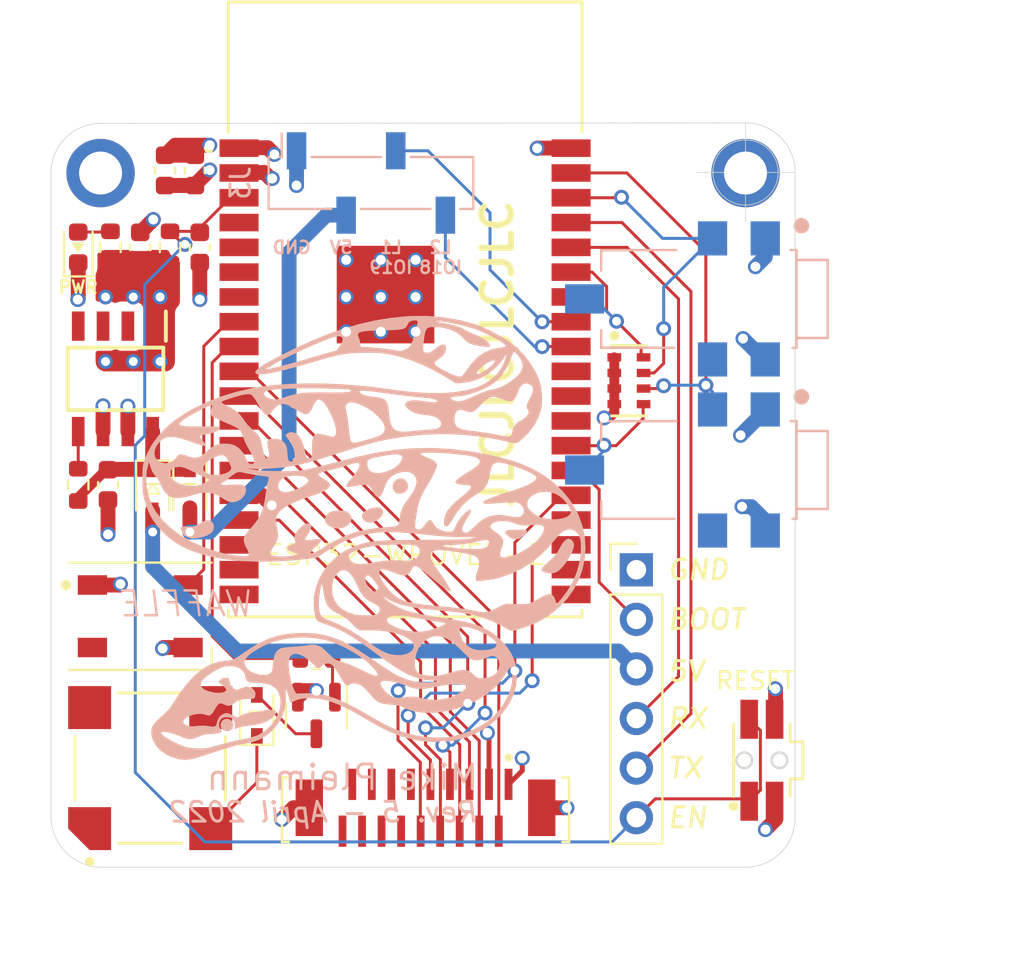
<source format=kicad_pcb>
(kicad_pcb (version 20211014) (generator pcbnew)
  (title_block (rev "1"))
  (layers (0 "F.Cu" signal "Front") (1 "In1.Cu" power "GND.Cu") (2 "In2.Cu" power "PWR.Cu") (31 "B.Cu" signal "Back") (34 "B.Paste" user) (35 "F.Paste" user) (36 "B.SilkS" user "B.Silkscreen") (37 "F.SilkS" user "F.Silkscreen") (38 "B.Mask" user) (39 "F.Mask" user) (44 "Edge.Cuts" user))
  (net 0 "")
  (net 1 "GND")
  (net 2 "EN")
  (net 3 "+3V3")
  (net 4 "+5V")
  (net 5 "Net-(D1-Pad2)")
  (net 6 "RXD0")
  (net 7 "TXD0")
  (net 8 "/PWR_EN")
  (net 9 "BOOT")
  (net 10 "L1")
  (net 11 "L2")
  (net 12 "SDA0")
  (net 13 "SCL0")
  (net 14 "SPI_SCK")
  (net 15 "SPI_SDI")
  (net 16 "SPI_SDO")
  (net 17 "Net-(D3-Pad2)")
  (net 18 "DS_DATA")
  (net 21 "BK_LT")
  (net 22 "BUZZER")
  (net 23 "Net-(Q1-Pad1)")
  (net 36 "SD_CS")
  (net 51 "TFT_CS")
  (net 52 "TFT_DC")
  (net 53 "TFT_RST")
  (net 55 "DS_0")
  (net 56 "Net-(J3-Pad2)")
  (net 57 "Net-(J4-Pad3)")
  (net 58 "VDD")
  (net 60 "LED")
  (footprint "reptile-monitor:C_0603_1608Metric" (layer "F.Cu") (at 123.7742 84.074 90)
    (fp_text reference "C3" hide)
    (fp_text value "100n")
    (pad "1" smd roundrect locked (at -0.775 0 90) (size 0.9 0.95) (layers "F.Cu" "F.Paste" "F.Mask") (net 1 "GND"))
    (pad "2" smd roundrect locked (at 0.775 0 90) (size 0.9 0.95) (layers "F.Cu" "F.Paste" "F.Mask") (net 2 "EN"))
  )
  (footprint "reptile-monitor:Panasonic-EVQ-P7A01P" (layer "F.Cu") (at 152.551994 110.342401 90)
    (fp_text reference "SW1" hide)
    (fp_text value "RESET" (at 4.073401 -0.329794 180) (layer "F.SilkS") (effects (font (size 0.889 0.889) (thickness 0.127))))
    (fp_circle (center 0 -0.9) (end 0.4 -0.9) (layer "Edge.Cuts") (width 0.12) (fill none))
    (fp_circle (center 0 0.9) (end 0.4 0.9) (layer "Edge.Cuts") (width 0.12) (fill none))
    (pad "1" smd rect (at -2.1 -0.65 90) (size 2 0.9) (layers "F.Cu" "F.Paste" "F.Mask") (net 2 "EN"))
    (pad "1'" smd rect (at 2.1 -0.65 90) (size 2 0.9) (layers "F.Cu" "F.Paste" "F.Mask") (net 2 "EN"))
    (pad "2" smd rect (at -2.1 0.65 90) (size 2 0.9) (layers "F.Cu" "F.Paste" "F.Mask") (net 1 "GND"))
    (pad "2'" smd rect (at 2.1 0.65 90) (size 2 0.9) (layers "F.Cu" "F.Paste" "F.Mask") (net 1 "GND"))
  )
  (footprint "reptile-monitor:LED_0603_1608Metric" (layer "F.Cu") (at 117.5512 84.074 90)
    (fp_text reference "D1" hide)
    (fp_text value "PWR" (at -2.032 0) (layer "F.SilkS") (effects (font (size 0.635 0.635) (thickness 0.127))))
    (pad "1" smd roundrect locked (at -0.7875 0 90) (size 0.875 0.95) (layers "F.Cu" "F.Paste" "F.Mask") (net 1 "GND"))
    (pad "2" smd roundrect locked (at 0.7875 0 90) (size 0.875 0.95) (layers "F.Cu" "F.Paste" "F.Mask") (net 5 "Net-(D1-Pad2)"))
  )
  (footprint "reptile-monitor:C_0603_1608Metric" (layer "F.Cu") (at 119.0752 96.236003 -90)
    (fp_text reference "C1" hide)
    (fp_text value "1u")
    (pad "1" smd roundrect locked (at -0.775 0 270) (size 0.9 0.95) (layers "F.Cu" "F.Paste" "F.Mask") (net 4 "+5V"))
    (pad "2" smd roundrect locked (at 0.775 0 270) (size 0.9 0.95) (layers "F.Cu" "F.Paste" "F.Mask") (net 1 "GND"))
  )
  (footprint "reptile-monitor:LED_WS2812B_PLCC4_5.0x5.0mm_P3.2mm" (layer "F.Cu") (at 120.7262 102.967003)
    (fp_text reference "D2" hide)
    (fp_text value "WS2812B")
    (pad "1" smd rect (at -2.45 -1.6) (size 1.5 1) (layers "F.Cu" "F.Paste" "F.Mask") (net 3 "+3V3"))
    (pad "2" smd rect (at -2.45 1.6) (size 1.5 1) (layers "F.Cu" "F.Paste" "F.Mask"))
    (pad "3" smd rect (at 2.45 1.6) (size 1.5 1) (layers "F.Cu" "F.Paste" "F.Mask") (net 1 "GND"))
    (pad "4" smd rect (at 2.45 -1.6) (size 1.5 1) (layers "F.Cu" "F.Paste" "F.Mask") (net 60 "LED"))
  )
  (footprint "reptile-monitor:R_0603_1608Metric" (layer "F.Cu") (at 129.7432 105.126)
    (fp_text reference "R5" hide)
    (fp_text value "1K")
    (pad "1" smd roundrect locked (at -0.825 0) (size 0.8 0.95) (layers "F.Cu" "F.Paste" "F.Mask") (net 22 "BUZZER"))
    (pad "2" smd roundrect locked (at 0.825 0) (size 0.8 0.95) (layers "F.Cu" "F.Paste" "F.Mask") (net 23 "Net-(Q1-Pad1)"))
  )
  (footprint "reptile-monitor:Espressif_Systems-ESP32-WROVER-0-0-MFG" (layer "F.Cu") (at 134.284212 87.249)
    (fp_text reference "MD1" hide)
    (fp_text value "ESP32-WROVER-E" (at 0.030988 12.573) (layer "F.SilkS") (effects (font (size 1.016 1.016) (thickness 0.127))))
    (pad "1" smd rect locked (at -8.5 -8.26) (size 2 0.9) (layers "F.Cu" "F.Paste" "F.Mask") (net 1 "GND"))
    (pad "2" smd rect locked (at -8.5 -6.99) (size 2 0.9) (layers "F.Cu" "F.Paste" "F.Mask") (net 3 "+3V3"))
    (pad "3" smd rect locked (at -8.5 -5.72) (size 2 0.9) (layers "F.Cu" "F.Paste" "F.Mask") (net 2 "EN"))
    (pad "4" smd rect locked (at -8.5 -4.45) (size 2 0.9) (layers "F.Cu" "F.Paste" "F.Mask"))
    (pad "5" smd rect locked (at -8.5 -3.18) (size 2 0.9) (layers "F.Cu" "F.Paste" "F.Mask"))
    (pad "6" smd rect locked (at -8.5 -1.91) (size 2 0.9) (layers "F.Cu" "F.Paste" "F.Mask"))
    (pad "7" smd rect locked (at -8.5 -0.64) (size 2 0.9) (layers "F.Cu" "F.Paste" "F.Mask"))
    (pad "8" smd rect locked (at -8.5 0.63) (size 2 0.9) (layers "F.Cu" "F.Paste" "F.Mask") (net 60 "LED"))
    (pad "9" smd rect locked (at -8.5 1.9) (size 2 0.9) (layers "F.Cu" "F.Paste" "F.Mask") (net 22 "BUZZER"))
    (pad "10" smd rect locked (at -8.5 3.17) (size 2 0.9) (layers "F.Cu" "F.Paste" "F.Mask") (net 21 "BK_LT"))
    (pad "11" smd rect locked (at -8.5 4.44) (size 2 0.9) (layers "F.Cu" "F.Paste" "F.Mask") (net 52 "TFT_DC"))
    (pad "12" smd rect locked (at -8.5 5.71) (size 2 0.9) (layers "F.Cu" "F.Paste" "F.Mask") (net 53 "TFT_RST"))
    (pad "13" smd rect locked (at -8.5 6.98) (size 2 0.9) (layers "F.Cu" "F.Paste" "F.Mask") (net 14 "SPI_SCK"))
    (pad "14" smd rect locked (at -8.5 8.25) (size 2 0.9) (layers "F.Cu" "F.Paste" "F.Mask") (net 15 "SPI_SDI"))
    (pad "15" smd rect locked (at -8.5 9.52) (size 2 0.9) (layers "F.Cu" "F.Paste" "F.Mask") (net 1 "GND"))
    (pad "16" smd rect locked (at -8.5 10.79) (size 2 0.9) (layers "F.Cu" "F.Paste" "F.Mask") (net 16 "SPI_SDO"))
    (pad "17" smd rect locked (at -8.5 12.06) (size 2 0.9) (layers "F.Cu" "F.Paste" "F.Mask"))
    (pad "18" smd rect locked (at -8.5 13.33) (size 2 0.9) (layers "F.Cu" "F.Paste" "F.Mask"))
    (pad "19" smd rect locked (at -8.5 14.6) (size 2 0.9) (layers "F.Cu" "F.Paste" "F.Mask"))
    (pad "20" smd rect locked (at 8.5 14.6) (size 2 0.9) (layers "F.Cu" "F.Paste" "F.Mask"))
    (pad "21" smd rect locked (at 8.5 13.33) (size 2 0.9) (layers "F.Cu" "F.Paste" "F.Mask"))
    (pad "22" smd rect locked (at 8.5 12.06) (size 2 0.9) (layers "F.Cu" "F.Paste" "F.Mask"))
    (pad "23" smd rect locked (at 8.5 10.79) (size 2 0.9) (layers "F.Cu" "F.Paste" "F.Mask") (net 51 "TFT_CS"))
    (pad "24" smd rect locked (at 8.5 9.52) (size 2 0.9) (layers "F.Cu" "F.Paste" "F.Mask") (net 36 "SD_CS"))
    (pad "25" smd rect locked (at 8.5 8.25) (size 2 0.9) (layers "F.Cu" "F.Paste" "F.Mask") (net 9 "BOOT"))
    (pad "26" smd rect locked (at 8.5 6.98) (size 2 0.9) (layers "F.Cu" "F.Paste" "F.Mask") (net 18 "DS_DATA"))
    (pad "27" smd rect locked (at 8.5 5.71) (size 2 0.9) (layers "F.Cu" "F.Paste" "F.Mask"))
    (pad "28" smd rect locked (at 8.5 4.44) (size 2 0.9) (layers "F.Cu" "F.Paste" "F.Mask"))
    (pad "29" smd rect locked (at 8.5 3.17) (size 2 0.9) (layers "F.Cu" "F.Paste" "F.Mask"))
    (pad "30" smd rect locked (at 8.5 1.9) (size 2 0.9) (layers "F.Cu" "F.Paste" "F.Mask") (net 11 "L2"))
    (pad "31" smd rect locked (at 8.5 0.63) (size 2 0.9) (layers "F.Cu" "F.Paste" "F.Mask") (net 10 "L1"))
    (pad "32" smd rect locked (at 8.5 -0.64) (size 2 0.9) (layers "F.Cu" "F.Paste" "F.Mask"))
    (pad "33" smd rect locked (at 8.5 -1.91) (size 2 0.9) (layers "F.Cu" "F.Paste" "F.Mask") (net 12 "SDA0"))
    (pad "34" smd rect locked (at 8.5 -3.18) (size 2 0.9) (layers "F.Cu" "F.Paste" "F.Mask") (net 6 "RXD0"))
    (pad "35" smd rect locked (at 8.5 -4.45) (size 2 0.9) (layers "F.Cu" "F.Paste" "F.Mask") (net 7 "TXD0"))
    (pad "36" smd rect locked (at 8.5 -5.72) (size 2 0.9) (layers "F.Cu" "F.Paste" "F.Mask") (net 13 "SCL0"))
    (pad "37" smd rect locked (at 8.5 -6.99) (size 2 0.9) (layers "F.Cu" "F.Paste" "F.Mask") (net 55 "DS_0"))
    (pad "38" smd rect locked (at 8.5 -8.26) (size 2 0.9) (layers "F.Cu" "F.Paste" "F.Mask") (net 1 "GND"))
    (pad "39" smd rect locked (at -1 -0.76) (size 5 5) (layers "F.Cu" "F.Paste" "F.Mask") (net 1 "GND"))
  )
  (footprint "reptile-monitor:R_0603_1608Metric" (layer "F.Cu") (at 119.2022 84.074 90)
    (fp_text reference "R2" hide)
    (fp_text value "10k")
    (pad "1" smd roundrect locked (at -0.825 0 90) (size 0.8 0.95) (layers "F.Cu" "F.Paste" "F.Mask") (net 3 "+3V3"))
    (pad "2" smd roundrect locked (at 0.825 0 90) (size 0.8 0.95) (layers "F.Cu" "F.Paste" "F.Mask") (net 5 "Net-(D1-Pad2)"))
  )
  (footprint "reptile-monitor:PinHeader_1x06_P2.54mm_Vertical" (layer "F.Cu") (at 146.1262 100.584)
    (fp_text reference "J4" hide)
    (fp_text value "UART" hide)
    (pad "1" thru_hole rect locked (at 0 0) (size 1.7 1.7) (drill 1) (layers *.Cu *.Mask) (net 1 "GND"))
    (pad "2" thru_hole oval locked (at 0 2.54) (size 1.7 1.7) (drill 1) (layers *.Cu *.Mask) (net 9 "BOOT"))
    (pad "3" thru_hole oval locked (at 0 5.08) (size 1.7 1.7) (drill 1) (layers *.Cu *.Mask) (net 57 "Net-(J4-Pad3)"))
    (pad "4" thru_hole oval locked (at 0 7.62) (size 1.7 1.7) (drill 1) (layers *.Cu *.Mask) (net 6 "RXD0"))
    (pad "5" thru_hole oval locked (at 0 10.16) (size 1.7 1.7) (drill 1) (layers *.Cu *.Mask) (net 7 "TXD0"))
    (pad "6" thru_hole oval locked (at 0 12.7) (size 1.7 1.7) (drill 1) (layers *.Cu *.Mask) (net 2 "EN"))
  )
  (footprint "reptile-monitor:C_0603_1608Metric" (layer "F.Cu") (at 121.998511 80.12651 90)
    (fp_text reference "C5" hide)
    (fp_text value "100n")
    (pad "1" smd roundrect locked (at -0.775 0 90) (size 0.9 0.95) (layers "F.Cu" "F.Paste" "F.Mask") (net 3 "+3V3"))
    (pad "2" smd roundrect locked (at 0.775 0 90) (size 0.9 0.95) (layers "F.Cu" "F.Paste" "F.Mask") (net 1 "GND"))
  )
  (footprint "reptile-monitor:Panasonic-EXB-V8V103JV-0" (layer "F.Cu") (at 145.7452 90.902003 -90)
    (fp_text reference "RN1" hide)
    (fp_text value "10k" hide)
    (pad "1" smd rect (at -1.2 0.75 270) (size 0.425 0.7) (layers "F.Cu" "F.Paste" "F.Mask") (net 3 "+3V3"))
    (pad "2" smd rect (at -0.4 0.75 270) (size 0.425 0.7) (layers "F.Cu" "F.Paste" "F.Mask") (net 3 "+3V3"))
    (pad "3" smd rect (at 0.4 0.75 270) (size 0.425 0.7) (layers "F.Cu" "F.Paste" "F.Mask") (net 3 "+3V3"))
    (pad "4" smd rect (at 1.2 0.75 270) (size 0.425 0.7) (layers "F.Cu" "F.Paste" "F.Mask") (net 3 "+3V3"))
    (pad "5" smd rect (at 1.2 -0.75 270) (size 0.425 0.7) (layers "F.Cu" "F.Paste" "F.Mask") (net 18 "DS_DATA"))
    (pad "6" smd rect (at 0.4 -0.75 270) (size 0.425 0.7) (layers "F.Cu" "F.Paste" "F.Mask") (net 55 "DS_0"))
    (pad "7" smd rect (at -0.4 -0.75 270) (size 0.425 0.7) (layers "F.Cu" "F.Paste" "F.Mask") (net 13 "SCL0"))
    (pad "8" smd rect (at -1.2 -0.75 270) (size 0.425 0.7) (layers "F.Cu" "F.Paste" "F.Mask") (net 12 "SDA0"))
  )
  (footprint "reptile-monitor:R_0603_1608Metric" (layer "F.Cu") (at 122.2502 84.074 -90)
    (fp_text reference "R3" hide)
    (fp_text value "10k")
    (pad "1" smd roundrect locked (at -0.825 0 270) (size 0.8 0.95) (layers "F.Cu" "F.Paste" "F.Mask") (net 2 "EN"))
    (pad "2" smd roundrect locked (at 0.825 0 270) (size 0.8 0.95) (layers "F.Cu" "F.Paste" "F.Mask") (net 3 "+3V3"))
  )
  (footprint "reptile-monitor:Mallory_Sonalert_Products_Inc-AST7525MATRQ-0-0-MFG" (layer "F.Cu") (at 121.2342 110.744 90)
    (fp_text reference "LS1" hide)
    (fp_text value "AST7525MATRQ")
    (pad "1" smd custom (at -3.1 -3.1 90) (size 1 1) (layers "F.Cu" "F.Paste" "F.Mask") (options (clearance outline) (anchor circle)) (primitives (gr_poly (pts (xy 1.1 1.1) (xy -1.1 1.1) (xy -1.1 0) (xy 0 -1.1) (xy 1.1 -1.1)) (width 0) (fill yes))))
    (pad "2" smd rect (at 3.1 -3.1 90) (size 2.2 2.2) (layers "F.Cu" "F.Paste" "F.Mask"))
    (pad "3" smd rect (at -3.1 3.1 90) (size 2.2 2.2) (layers "F.Cu" "F.Paste" "F.Mask") (net 58 "VDD"))
    (pad "4" smd rect (at 3.1 3.1 90) (size 2.2 2.2) (layers "F.Cu" "F.Paste" "F.Mask") (net 17 "Net-(D3-Pad2)"))
  )
  (footprint "reptile-monitor:D_SOD-323" (layer "F.Cu") (at 126.6952 108.047 90)
    (fp_text reference "D3" hide)
    (fp_text value "1N4007")
    (pad "1" smd rect locked (at -1.05 0 90) (size 0.8 0.6) (layers "F.Cu" "F.Paste" "F.Mask") (net 58 "VDD"))
    (pad "2" smd rect locked (at 1.05 0 90) (size 0.8 0.6) (layers "F.Cu" "F.Paste" "F.Mask") (net 17 "Net-(D3-Pad2)"))
  )
  (footprint "MountingHole:MountingHole_2.2mm_M2_ISO7380_Pad" (layer "F.Cu") (at 151.7142 80.264)
    (fp_text reference "H2" hide)
    (fp_text value "MountingHole")
    (pad "1" thru_hole circle locked (at 0 0) (size 3.5 3.5) (drill 2.2) (layers *.Cu *.Mask) (net 1 "GND"))
  )
  (footprint "reptile-monitor:R_0603_1608Metric" (layer "F.Cu") (at 117.5512 96.236003 -90)
    (fp_text reference "R1" hide)
    (fp_text value "10k")
    (pad "1" smd roundrect locked (at -0.825 0 270) (size 0.8 0.95) (layers "F.Cu" "F.Paste" "F.Mask") (net 8 "/PWR_EN"))
    (pad "2" smd roundrect locked (at 0.825 0 270) (size 0.8 0.95) (layers "F.Cu" "F.Paste" "F.Mask") (net 4 "+5V"))
  )
  (footprint "reptile-monitor:D_SOD-323" (layer "F.Cu") (at 121.3612 96.49 -90)
    (fp_text reference "D4" hide)
    (fp_text value "1N4007")
    (pad "1" smd rect locked (at -1.05 0 270) (size 0.8 0.6) (layers "F.Cu" "F.Paste" "F.Mask") (net 4 "+5V"))
    (pad "2" smd rect locked (at 1.05 0 270) (size 0.8 0.6) (layers "F.Cu" "F.Paste" "F.Mask") (net 57 "Net-(J4-Pad3)"))
  )
  (footprint "reptile-monitor:C_0603_1608Metric" (layer "F.Cu") (at 120.7262 84.074 -90)
    (fp_text reference "C2" hide)
    (fp_text value "1u")
    (pad "1" smd roundrect locked (at -0.775 0 270) (size 0.9 0.95) (layers "F.Cu" "F.Paste" "F.Mask") (net 1 "GND"))
    (pad "2" smd roundrect locked (at 0.775 0 270) (size 0.9 0.95) (layers "F.Cu" "F.Paste" "F.Mask") (net 3 "+3V3"))
  )
  (footprint "reptile-monitor:SOIC127P600X170-8N" (layer "F.Cu") (at 119.4562 90.805 -90)
    (fp_text reference "U1" hide)
    (fp_text value "AP2112M-3.3" hide)
    (pad "1" smd rect (at -2.7 -1.905) (size 0.65 1.5) (layers "F.Cu" "F.Paste" "F.Mask") (net 3 "+3V3"))
    (pad "2" smd rect (at -2.7 -0.635) (size 0.65 1.5) (layers "F.Cu" "F.Paste" "F.Mask"))
    (pad "3" smd rect (at -2.7 0.635) (size 0.65 1.5) (layers "F.Cu" "F.Paste" "F.Mask"))
    (pad "4" smd rect (at -2.7 1.905) (size 0.65 1.5) (layers "F.Cu" "F.Paste" "F.Mask"))
    (pad "5" smd rect (at 2.7 1.905) (size 0.65 1.5) (layers "F.Cu" "F.Paste" "F.Mask") (net 8 "/PWR_EN"))
    (pad "6" smd rect (at 2.7 0.635) (size 0.65 1.5) (layers "F.Cu" "F.Paste" "F.Mask") (net 1 "GND"))
    (pad "7" smd rect (at 2.7 -0.635) (size 0.65 1.5) (layers "F.Cu" "F.Paste" "F.Mask") (net 1 "GND"))
    (pad "8" smd rect (at 2.7 -1.905) (size 0.65 1.5) (layers "F.Cu" "F.Paste" "F.Mask") (net 4 "+5V"))
  )
  (footprint "reptile-monitor:TE_1-1734742-8" (layer "F.Cu") (at 135.3312 112.776 180)
    (fp_text reference "J6" hide)
    (fp_text value "18-Lead FPC 0.5 mm - Vertical")
    (pad "1" smd rect (at -4.25 1.2 180) (size 0.4 1.6) (layers "F.Cu" "F.Paste" "F.Mask") (net 3 "+3V3"))
    (pad "2" smd rect (at -3.75 -1.2 180) (size 0.4 1.6) (layers "F.Cu" "F.Paste" "F.Mask") (net 21 "BK_LT"))
    (pad "3" smd rect (at -3.25 1.2 180) (size 0.4 1.6) (layers "F.Cu" "F.Paste" "F.Mask") (net 1 "GND"))
    (pad "4" smd rect (at -2.75 -1.2 180) (size 0.4 1.6) (layers "F.Cu" "F.Paste" "F.Mask") (net 14 "SPI_SCK"))
    (pad "5" smd rect (at -2.25 1.2 180) (size 0.4 1.6) (layers "F.Cu" "F.Paste" "F.Mask") (net 15 "SPI_SDI"))
    (pad "6" smd rect (at -1.75 -1.2 180) (size 0.4 1.6) (layers "F.Cu" "F.Paste" "F.Mask") (net 16 "SPI_SDO"))
    (pad "7" smd rect (at -1.25 1.2 180) (size 0.4 1.6) (layers "F.Cu" "F.Paste" "F.Mask") (net 52 "TFT_DC"))
    (pad "8" smd rect (at -0.75 -1.2 180) (size 0.4 1.6) (layers "F.Cu" "F.Paste" "F.Mask") (net 53 "TFT_RST"))
    (pad "9" smd rect (at -0.25 1.2 180) (size 0.4 1.6) (layers "F.Cu" "F.Paste" "F.Mask") (net 51 "TFT_CS"))
    (pad "10" smd rect (at 0.25 -1.2 180) (size 0.4 1.6) (layers "F.Cu" "F.Paste" "F.Mask") (net 36 "SD_CS"))
    (pad "11" smd rect (at 0.75 1.2 180) (size 0.4 1.6) (layers "F.Cu" "F.Paste" "F.Mask"))
    (pad "12" smd rect (at 1.25 -1.2 180) (size 0.4 1.6) (layers "F.Cu" "F.Paste" "F.Mask"))
    (pad "13" smd rect (at 1.75 1.2 180) (size 0.4 1.6) (layers "F.Cu" "F.Paste" "F.Mask"))
    (pad "14" smd rect (at 2.25 -1.2 180) (size 0.4 1.6) (layers "F.Cu" "F.Paste" "F.Mask"))
    (pad "15" smd rect (at 2.75 1.2 180) (size 0.4 1.6) (layers "F.Cu" "F.Paste" "F.Mask"))
    (pad "16" smd rect (at 3.25 -1.2 180) (size 0.4 1.6) (layers "F.Cu" "F.Paste" "F.Mask"))
    (pad "17" smd rect (at 3.75 1.2 180) (size 0.4 1.6) (layers "F.Cu" "F.Paste" "F.Mask"))
    (pad "18" smd rect (at 4.25 -1.2 180) (size 0.4 1.6) (layers "F.Cu" "F.Paste" "F.Mask"))
    (pad "S1" smd rect (at -5.95 0 180) (size 1.4 2.9) (layers "F.Cu" "F.Paste" "F.Mask") (net 1 "GND"))
    (pad "S2" smd rect (at 5.95 0 180) (size 1.4 2.9) (layers "F.Cu" "F.Paste" "F.Mask") (net 1 "GND"))
  )
  (footprint "reptile-monitor:SOT-23" (layer "F.Cu") (at 129.7432 108.047003 -90)
    (fp_text reference "Q1" hide)
    (fp_text value "Q_NPN_BEC")
    (pad "1" smd roundrect locked (at -0.9375 -0.95 270) (size 1.475 0.6) (layers "F.Cu" "F.Paste" "F.Mask") (net 23 "Net-(Q1-Pad1)"))
    (pad "2" smd roundrect locked (at -0.9375 0.95 270) (size 1.475 0.6) (layers "F.Cu" "F.Paste" "F.Mask") (net 1 "GND"))
    (pad "3" smd roundrect locked (at 0.9375 0 270) (size 1.475 0.6) (layers "F.Cu" "F.Paste" "F.Mask") (net 17 "Net-(D3-Pad2)"))
  )
  (footprint "reptile-monitor:D_SOD-323" (layer "F.Cu") (at 123.2662 96.49 -90)
    (fp_text reference "D5" hide)
    (fp_text value "1N4007")
    (pad "1" smd rect locked (at -1.05 0 270) (size 0.8 0.6) (layers "F.Cu" "F.Paste" "F.Mask") (net 4 "+5V"))
    (pad "2" smd rect locked (at 1.05 0 270) (size 0.8 0.6) (layers "F.Cu" "F.Paste" "F.Mask") (net 56 "Net-(J3-Pad2)"))
  )
  (footprint "reptile-monitor:C_0603_1608Metric" (layer "F.Cu") (at 123.522511 80.12651 90)
    (fp_text reference "C4" hide)
    (fp_text value "22u")
    (pad "1" smd roundrect locked (at -0.775 0 90) (size 0.9 0.95) (layers "F.Cu" "F.Paste" "F.Mask") (net 3 "+3V3"))
    (pad "2" smd roundrect locked (at 0.775 0 90) (size 0.9 0.95) (layers "F.Cu" "F.Paste" "F.Mask") (net 1 "GND"))
  )
  (footprint "MountingHole:MountingHole_2.2mm_M2_ISO7380_Pad" (layer "F.Cu") (at 118.6942 80.264)
    (fp_text reference "H1" hide)
    (fp_text value "MountingHole")
    (pad "1" thru_hole circle locked (at 0 0) (size 3.5 3.5) (drill 2.2) (layers *.Cu *.Mask) (net 1 "GND"))
  )
  (footprint "reptile-monitor:Korean Hroparts Elec PJ-227-5A" (layer "B.Cu") (at 154.324202 95.474003 180)
    (fp_text reference "J1" hide)
    (fp_text value "AudioJack4_SwitchR1" hide)
    (pad "" np_thru_hole circle (at 8.5 0) (size 1.2 1.2) (drill 1.2) (layers F&B.Cu *.Mask))
    (pad "" np_thru_hole circle (at 1.5 0) (size 1.2 1.2) (drill 1.2) (layers F&B.Cu *.Mask))
    (pad "1" smd rect locked (at 1.6 3.1) (size 1.5 1.75) (layers "B.Cu" "B.Paste" "B.Mask") (net 3 "+3V3"))
    (pad "2" smd rect locked (at 10.85 0) (size 2 1.5) (layers "B.Cu" "B.Paste" "B.Mask") (net 18 "DS_DATA"))
    (pad "3" smd rect locked (at 4.3 3.1) (size 1.5 1.75) (layers "B.Cu" "B.Paste" "B.Mask") (net 55 "DS_0"))
    (pad "4" smd rect (at 1.6 -3.1) (size 1.5 1.75) (layers "B.Cu" "B.Paste" "B.Mask") (net 1 "GND"))
    (pad "5" smd rect (at 4.3 -3.1) (size 1.5 1.75) (layers "B.Cu" "B.Paste" "B.Mask"))
  )
  (footprint "reptile-monitor:LOGO" (layer "B.Cu") (at 132.0292 99.03 180)
    (fp_text reference "WAFFLE" (at 8.890005 -3.302011 unlocked) (layer "B.SilkS") (effects (font (size 1.27 1.27) (thickness 0.127) italic) (justify mirror)))
    (fp_text value "LOGO" hide)
  )
  (footprint "reptile-monitor:PinSocket_1x04_P2.54mm_Vertical_SMD_Pin1Left" (layer "B.Cu") (at 132.5372 80.772 -90)
    (fp_text reference "J3" (at 0 6.68 90) (layer "B.SilkS") (effects (justify mirror)))
    (fp_text value "PWR CONN")
    (pad "1" smd rect locked (at -1.65 3.81 270) (size 1.9 1) (layers "B.Cu" "B.Paste" "B.Mask") (net 1 "GND"))
    (pad "2" smd rect locked (at 1.65 1.27 270) (size 1.9 1) (layers "B.Cu" "B.Paste" "B.Mask") (net 56 "Net-(J3-Pad2)"))
    (pad "3" smd rect locked (at -1.65 -1.27 270) (size 1.9 1) (layers "B.Cu" "B.Paste" "B.Mask") (net 10 "L1"))
    (pad "4" smd rect locked (at 1.65 -3.81 270) (size 1.9 1) (layers "B.Cu" "B.Paste" "B.Mask") (net 11 "L2"))
  )
  (footprint "reptile-monitor:Korean Hroparts Elec PJ-227-5A" (layer "B.Cu") (at 154.324202 86.711003 180)
    (fp_text reference "J2" hide)
    (fp_text value "AudioJack4_SwitchR1" hide)
    (pad "" np_thru_hole circle (at 8.5 0) (size 1.2 1.2) (drill 1.2) (layers F&B.Cu *.Mask))
    (pad "" np_thru_hole circle (at 1.5 0) (size 1.2 1.2) (drill 1.2) (layers F&B.Cu *.Mask))
    (pad "1" smd rect locked (at 1.6 3.1) (size 1.5 1.75) (layers "B.Cu" "B.Paste" "B.Mask") (net 3 "+3V3"))
    (pad "2" smd rect locked (at 10.85 0) (size 2 1.5) (layers "B.Cu" "B.Paste" "B.Mask") (net 12 "SDA0"))
    (pad "3" smd rect locked (at 4.3 3.1) (size 1.5 1.75) (layers "B.Cu" "B.Paste" "B.Mask") (net 13 "SCL0"))
    (pad "4" smd rect locked (at 1.6 -3.1) (size 1.5 1.75) (layers "B.Cu" "B.Paste" "B.Mask") (net 1 "GND"))
    (pad "5" smd rect locked (at 4.3 -3.1) (size 1.5 1.75) (layers "B.Cu" "B.Paste" "B.Mask"))
  )
  (gr_arc (start 154.2542 113.284) (mid 153.510251 115.080051) (end 151.7142 115.824) (layer "Edge.Cuts") (width 0.0381))
  (gr_line locked (start 116.1542 80.264) (end 116.1542 113.284) (layer "Edge.Cuts") (width 0.0381))
  (gr_line locked (start 118.6942 115.824) (end 151.7142 115.824) (layer "Edge.Cuts") (width 0.0381))
  (gr_arc (start 151.7142 77.694) (mid 153.510251 78.437949) (end 154.2542 80.234) (layer "Edge.Cuts") (width 0.0381))
  (gr_line (start 154.2542 113.284) (end 154.2542 80.234) (layer "Edge.Cuts") (width 0.0381))
  (gr_arc locked (start 118.6942 115.824) (mid 116.921373 115.056829) (end 116.154202 113.284001) (layer "Edge.Cuts") (width 0.0381))
  (gr_line (start 151.7142 77.694) (end 118.6942 77.724) (layer "Edge.Cuts") (width 0.0381))
  (gr_arc (start 116.1542 80.264) (mid 116.898149 78.467949) (end 118.6942 77.724) (layer "Edge.Cuts") (width 0.0381))
  (gr_text "5V" (at 131.0132 84.074001) (layer "B.SilkS") (effects (font (size 0.635 0.635) (thickness 0.127)) (justify mirror)))
  (gr_text "Mike Pleimann" (at 138.1252 111.222) (layer "B.SilkS") (effects (font (size 1.27 1.27) (thickness 0.1524)) (justify left mirror)))
  (gr_text "L2\nIO18\n" (at 136.099247 84.582) (layer "B.SilkS") (effects (font (size 0.635 0.635) (thickness 0.127)) (justify mirror)))
  (gr_text "GND" (at 128.479247 84.074001) (layer "B.SilkS") (effects (font (size 0.635 0.635) (thickness 0.127)) (justify mirror)))
  (gr_text "Rev. 5 - April 2022" (at 138.1252 113.000003) (layer "B.SilkS") (effects (font (size 1.016 1.016) (thickness 0.1524) italic) (justify left mirror)))
  (gr_text "L1\nIO19" (at 133.559247 84.582) (layer "B.SilkS") (effects (font (size 0.635 0.635) (thickness 0.127)) (justify mirror)))
  (gr_text "TX" (at 147.6502 110.744) (layer "F.SilkS") (effects (font (size 1.016 1.016) (thickness 0.1524) italic) (justify left)))
  (gr_text "GND" (at 147.6502 100.584) (layer "F.SilkS") (effects (font (size 1.016 1.016) (thickness 0.1524) italic) (justify left)))
  (gr_text "RX" (at 147.6502 108.204) (layer "F.SilkS") (effects (font (size 1.016 1.016) (thickness 0.1524) italic) (justify left)))
  (gr_text "JLCJLCJLCJLC" (at 139.0142 89.535 90) (layer "F.SilkS") (effects (font (size 1.524 1.524) (thickness 0.3048))))
  (gr_text "BOOT" (at 147.6502 103.124) (layer "F.SilkS") (effects (font (size 1.016 1.016) (thickness 0.1524) italic) (justify left)))
  (gr_text "5V" (at 147.6502 105.791) (layer "F.SilkS") (effects (font (size 1.016 1.016) (thickness 0.1524) italic) (justify left)))
  (gr_text "EN" (at 147.6502 113.284) (layer "F.SilkS") (effects (font (size 1.016 1.016) (thickness 0.1524) italic) (justify left)))
  (target plus (at 151.7142 80.234) (size 5) (width 0.0381) (layer "Edge.Cuts"))
  (segment (start 129.7432 106.777) (end 129.1257 106.777) (width 0.762) (layer "F.Cu") (net 1))
  (segment (start 121.920197 104.567003) (end 123.1762 104.567003) (width 0.762) (layer "F.Cu") (net 1))
  (segment (start 141.0462 78.994) (end 141.055701 78.984499) (width 0.762) (layer "F.Cu") (net 1))
  (segment (start 121.395261 82.643473) (end 120.739734 83.299) (width 0.762) (layer "F.Cu") (net 1))
  (segment (start 123.7742 84.849) (end 123.7742 86.741) (width 0.762) (layer "F.Cu") (net 1))
  (segment (start 142.5702 112.776) (end 141.2812 112.776) (width 0.762) (layer "F.Cu") (net 1))
  (segment (start 138.5812 109.0197) (end 138.5812 111.576) (width 0.254) (layer "F.Cu") (net 1))
  (segment (start 117.5512 86.716589) (end 117.5512 84.8615) (width 0.762) (layer "F.Cu") (net 1))
  (segment (start 122.512998 78.837) (end 121.998499 79.351499) (width 0.762) (layer "F.Cu") (net 1))
  (segment (start 127.4572 97.282) (end 126.9442 96.769) (width 0.762) (layer "F.Cu") (net 1))
  (segment (start 153.252 113.3718) (end 152.7302 113.8936) (width 0.762) (layer "F.Cu") (net 1))
  (segment (start 141.055701 78.984499) (end 142.572499 78.984499) (width 0.762) (layer "F.Cu") (net 1))
  (segment (start 129.1257 106.777) (end 128.7932 107.1095) (width 0.762) (layer "F.Cu") (net 1))
  (segment (start 119.0752 98.776) (end 119.0752 97.011) (width 0.762) (layer "F.Cu") (net 1))
  (segment (start 117.526789 86.741) (end 117.5512 86.716589) (width 0.762) (layer "F.Cu") (net 1))
  (segment (start 120.739734 83.299) (end 120.7262 83.299) (width 0.762) (layer "F.Cu") (net 1))
  (segment (start 153.252 108.3424) (end 153.252 106.6938) (width 0.762) (layer "F.Cu") (net 1))
  (segment (start 123.522511 79.35151) (end 121.99851 79.35151) (width 0.762) (layer "F.Cu") (net 1))
  (segment (start 118.8212 93.48525) (end 118.8212 92.18875) (width 0.762) (layer "F.Cu") (net 1))
  (segment (start 126.9442 96.769) (end 125.784212 96.769) (width 0.762) (layer "F.Cu") (net 1))
  (segment (start 153.252 112.3424) (end 153.252 113.3718) (width 0.762) (layer "F.Cu") (net 1))
  (segment (start 153.252 106.6938) (end 153.2382 106.68) (width 0.762) (layer "F.Cu") (net 1))
  (segment (start 128.5702 112.776) (end 129.3812 112.776) (width 0.762) (layer "F.Cu") (net 1))
  (segment (start 127.593499 79.311499) (end 127.247499 78.965499) (width 0.762) (layer "F.Cu") (net 1))
  (segment (start 138.4975 108.936) (end 138.5812 109.0197) (width 0.254) (layer "F.Cu") (net 1))
  (segment (start 121.8692 104.618) (end 121.920197 104.567003) (width 0.762) (layer "F.Cu") (net 1))
  (segment (start 127.247499 78.965499) (end 125.454511 78.965499) (width 0.762) (layer "F.Cu") (net 1))
  (segment (start 124.2822 78.837) (end 122.512998 78.837) (width 0.762) (layer "F.Cu") (net 1))
  (segment (start 120.0912 92.202) (end 120.0912 93.505) (width 0.762) (layer "F.Cu") (net 1))
  (segment (start 127.9652 113.381) (end 128.5702 112.776) (width 0.762) (layer "F.Cu") (net 1))
  (via (at 131.2672 86.614) (size 0.762) (drill 0.508) (layers "F.Cu" "B.Cu") (net 1))
  (via (at 151.5872 88.743) (size 0.762) (drill 0.508) (layers "F.Cu" "B.Cu") (net 1))
  (via (at 129.7432 106.777) (size 0.762) (drill 0.508) (layers "F.Cu" "B.Cu") (net 1))
  (via (at 141.0462 78.994) (size 0.762) (drill 0.508) (layers "F.Cu" "B.Cu") (net 1))
  (via (at 131.2672 88.392) (size 0.762) (drill 0.508) (layers "F.Cu" "B.Cu") (net 1))
  (via (at 133.0452 88.392) (size 0.762) (drill 0.508) (layers "F.Cu" "B.Cu") (net 1))
  (via (at 128.7272 80.899) (size 0.762) (drill 0.508) (layers "F.Cu" "B.Cu") (net 1))
  (via (at 151.5364 97.3536) (size 0.762) (drill 0.508) (layers "F.Cu" "B.Cu") (net 1))
  (via (at 121.8692 104.618) (size 0.762) (drill 0.508) (layers "F.Cu" "B.Cu") (net 1))
  (via (at 134.8232 84.709) (size 0.762) (drill 0.508) (layers "F.Cu" "B.Cu") (net 1))
  (via (at 119.0752 98.776) (size 0.762) (drill 0.508) (layers "F.Cu" "B.Cu") (net 1))
  (via (at 120.0912 92.202) (size 0.762) (drill 0.508) (layers "F.Cu" "B.Cu") (net 1))
  (via (at 118.8212 92.18875) (size 0.762) (drill 0.508) (layers "F.Cu" "B.Cu") (net 1))
  (via (at 123.7742 86.741) (size 0.762) (drill 0.508) (layers "F.Cu" "B.Cu") (net 1))
  (via (at 152.7302 113.8936) (size 0.762) (drill 0.508) (layers "F.Cu" "B.Cu") (net 1))
  (via (at 131.2672 84.709) (size 0.762) (drill 0.508) (layers "F.Cu" "B.Cu") (net 1))
  (via (at 127.9652 113.381) (size 0.762) (drill 0.508) (layers "F.Cu" "B.Cu") (net 1))
  (via (at 124.2822 78.837) (size 0.762) (drill 0.508) (layers "F.Cu" "B.Cu") (net 1))
  (via (at 134.8232 86.614) (size 0.762) (drill 0.508) (layers "F.Cu" "B.Cu") (net 1))
  (via (at 153.2382 106.68) (size 0.762) (drill 0.508) (layers "F.Cu" "B.Cu") (net 1))
  (via (at 142.5702 112.776) (size 0.762) (drill 0.508) (layers "F.Cu" "B.Cu") (net 1))
  (via (at 133.0452 86.614) (size 0.762) (drill 0.508) (layers "F.Cu" "B.Cu") (net 1))
  (via (at 127.4572 97.282) (size 0.762) (drill 0.508) (layers "F.Cu" "B.Cu") (net 1))
  (via (at 117.526789 86.741) (size 0.762) (drill 0.508) (layers "F.Cu" "B.Cu") (net 1))
  (via (at 138.4975 108.936) (size 0.762) (drill 0.508) (layers "F.Cu" "B.Cu") (net 1))
  (via (at 133.0452 84.709) (size 0.762) (drill 0.508) (layers "F.Cu" "B.Cu") (net 1))
  (via (at 121.395261 82.643473) (size 0.762) (drill 0.508) (layers "F.Cu" "B.Cu") (net 1))
  (via (at 127.593499 79.311499) (size 0.762) (drill 0.508) (layers "F.Cu" "B.Cu") (net 1))
  (via (at 134.8232 88.392) (size 0.762) (drill 0.508) (layers "F.Cu" "B.Cu") (net 1))
  (segment (start 152.0118 97.3536) (end 152.7242 98.066) (width 0.762) (layer "B.Cu") (net 1))
  (segment (start 128.7272 79.122) (end 128.7272 80.899) (width 0.762) (layer "B.Cu") (net 1))
  (segment (start 151.5872 88.743) (end 152.6492 89.805) (width 0.762) (layer "B.Cu") (net 1))
  (segment (start 151.5364 97.3536) (end 152.0118 97.3536) (width 0.762) (layer "B.Cu") (net 1))
  (segment (start 151.901994 112.442401) (end 152.4762 111.868195) (width 0.1524) (layer "F.Cu") (net 2))
  (segment (start 150.7998 112.3188) (end 147.0914 112.3188) (width 0.1524) (layer "F.Cu") (net 2))
  (segment (start 122.2502 83.249) (end 123.7242 83.249) (width 0.1524) (layer "F.Cu") (net 2))
  (segment (start 122.9182 83.917) (end 122.2502 83.249) (width 0.1524) (layer "F.Cu") (net 2))
  (segment (start 146.9747 112.4355) (end 146.1262 113.284) (width 0.1524) (layer "F.Cu") (net 2))
  (segment (start 152.4762 111.868195) (end 152.4762 108.816607) (width 0.1524) (layer "F.Cu") (net 2))
  (segment (start 123.7742 83.08059) (end 125.32579 81.529) (width 0.1524) (layer "F.Cu") (net 2))
  (segment (start 152.4762 108.816607) (end 151.901994 108.242401) (width 0.1524) (layer "F.Cu") (net 2))
  (segment (start 151.8284 112.3188) (end 150.7998 112.3188) (width 0.1524) (layer "F.Cu") (net 2))
  (segment (start 151.852 112.3424) (end 151.8284 112.3188) (width 0.1524) (layer "F.Cu") (net 2))
  (segment (start 123.0122 83.917) (end 122.9182 83.917) (width 0.1524) (layer "F.Cu") (net 2))
  (segment (start 147.0914 112.3188) (end 146.8882 112.522) (width 0.1524) (layer "F.Cu") (net 2))
  (via (at 123.0122 83.917) (size 0.762) (drill 0.4572) (layers "F.Cu" "B.Cu") (net 2))
  (segment (start 144.8862 114.524) (end 146.1262 113.284) (width 0.1524) (layer "B.Cu") (net 2))
  (segment (start 120.4722 94.204) (end 120.4722 110.968) (width 0.1524) (layer "B.Cu") (net 2))
  (segment (start 123.0122 83.917) (end 120.953322 85.975878) (width 0.1524) (layer "B.Cu") (net 2))
  (segment (start 124.0282 114.524) (end 144.8862 114.524) (width 0.1524) (layer "B.Cu") (net 2))
  (segment (start 120.4722 110.968) (end 124.0282 114.524) (width 0.1524) (layer "B.Cu") (net 2))
  (segment (start 120.953322 85.975878) (end 120.953322 93.722878) (width 0.1524) (layer "B.Cu") (net 2))
  (segment (start 120.953322 93.722878) (end 120.4722 94.204) (width 0.1524) (layer "B.Cu") (net 2))
  (segment (start 140.2842 110.873) (end 139.5812 111.576) (width 0.254) (layer "F.Cu") (net 3))
  (segment (start 144.9952 92.102003) (end 144.9952 92.541) (width 0.508) (layer "F.Cu") (net 3))
  (segment (start 144.9952 92.102003) (end 144.9952 89.702003) (width 0.508) (layer "F.Cu") (net 3))
  (segment (start 123.489365 80.901499) (end 121.998499 80.901499) (width 0.762) (layer "F.Cu") (net 3))
  (segment (start 118.2762 101.367003) (end 119.659197 101.367003) (width 0.762) (layer "F.Cu") (net 3))
  (segment (start 127.389238 80.5434) (end 127.081337 80.235499) (width 0.762) (layer "F.Cu") (net 3))
  (segment (start 124.283008 80.107856) (end 123.489365 80.901499) (width 0.762) (layer "F.Cu") (net 3))
  (segment (start 140.2842 110.236) (end 140.2842 110.873) (width 0.254) (layer "F.Cu") (net 3))
  (segment (start 123.522511 80.90151) (end 121.99851 80.90151) (width 0.762) (layer "F.Cu") (net 3))
  (segment (start 144.7292 92.807) (end 144.4752 92.807) (width 0.508) (layer "F.Cu") (net 3))
  (segment (start 127.4826 80.5434) (end 127.389238 80.5434) (width 0.762) (layer "F.Cu") (net 3))
  (segment (start 119.659197 101.367003) (end 119.7102 101.316) (width 0.762) (layer "F.Cu") (net 3))
  (segment (start 144.9952 92.541) (end 144.7292 92.807) (width 0.508) (layer "F.Cu") (net 3))
  (segment (start 127.081337 80.235499) (end 125.454511 80.235499) (width 0.762) (layer "F.Cu") (net 3))
  (via (at 120.369611 86.614) (size 0.762) (drill 0.4572) (layers "F.Cu" "B.Cu") (net 3))
  (via (at 121.7422 86.614) (size 0.762) (drill 0.4572) (layers "F.Cu" "B.Cu") (net 3))
  (via (at 124.283008 80.107856) (size 0.762) (drill 0.508) (layers "F.Cu" "B.Cu") (net 3))
  (via (at 120.369611 89.916) (size 0.762) (drill 0.4572) (layers "F.Cu" "B.Cu") (net 3))
  (via (at 151.4602 93.696) (size 0.762) (drill 0.508) (layers "F.Cu" "B.Cu") (net 3))
  (via (at 152.2222 85.06) (size 0.762) (drill 0.508) (layers "F.Cu" "B.Cu") (net 3))
  (via (at 119.7102 101.316) (size 0.762) (drill 0.508) (layers "F.Cu" "B.Cu") (net 3))
  (via (at 121.7422 89.916) (size 0.762) (drill 0.4572) (layers "F.Cu" "B.Cu") (net 3))
  (via (at 140.2842 110.236) (size 0.762) (drill 0.508) (layers "F.Cu" "B.Cu") (net 3))
  (via (at 127.4826 80.5434) (size 0.762) (drill 0.508) (layers "F.Cu" "B.Cu") (net 3))
  (via (at 118.9482 86.614) (size 0.762) (drill 0.4572) (layers "F.Cu" "B.Cu") (net 3))
  (via (at 144.4752 92.807) (size 0.762) (drill 0.508) (layers "F.Cu" "B.Cu") (net 3))
  (via (at 118.9482 89.916) (size 0.762) (drill 0.4572) (layers "F.Cu" "B.Cu") (net 3))
  (segment (start 152.7242 83.611) (end 152.7242 84.558) (width 0.762) (layer "B.Cu") (net 3))
  (segment (start 152.7242 92.432) (end 152.7242 92.374) (width 0.762) (layer "B.Cu") (net 3))
  (segment (start 152.7242 84.558) (end 152.2222 85.06) (width 0.762) (layer "B.Cu") (net 3))
  (segment (start 151.4602 93.696) (end 152.7242 92.432) (width 0.762) (layer "B.Cu") (net 3))
  (segment (start 121.3612 95.44) (end 119.0962 95.44) (width 0.762) (layer "F.Cu") (net 4))
  (segment (start 121.3612 95.44) (end 121.3612 93.505) (width 0.762) (layer "F.Cu") (net 4))
  (segment (start 119.0962 95.44) (end 119.0752 95.461) (width 0.762) (layer "F.Cu") (net 4))
  (segment (start 117.5512 96.881493) (end 119.0752 95.357493) (width 0.508) (layer "F.Cu") (net 4))
  (segment (start 123.2662 95.44) (end 121.3612 95.44) (width 0.762) (layer "F.Cu") (net 4))
  (segment (start 119.0752 83.249) (end 119.1262 83.249) (width 0.762) (layer "F.Cu") (net 5))
  (segment (start 117.5512 83.2865) (end 119.0377 83.2865) (width 0.1524) (layer "F.Cu") (net 5))
  (segment (start 148.2852 106.045) (end 148.2852 86.711) (width 0.1524) (layer "F.Cu") (net 6))
  (segment (start 148.2852 86.711) (end 145.6432 84.069) (width 0.1524) (layer "F.Cu") (net 6))
  (segment (start 145.6432 84.069) (end 142.32579 84.069) (width 0.1524) (layer "F.Cu") (net 6))
  (segment (start 146.1262 108.204) (end 148.2852 106.045) (width 0.1524) (layer "F.Cu") (net 6))
  (segment (start 148.9202 105.888) (end 148.9202 86.33) (width 0.1524) (layer "F.Cu") (net 7))
  (segment (start 148.9202 107.95) (end 148.9202 105.888) (width 0.1524) (layer "F.Cu") (net 7))
  (segment (start 146.1262 110.744) (end 148.9202 107.95) (width 0.1524) (layer "F.Cu") (net 7))
  (segment (start 145.3892 82.799) (end 142.1942 82.799) (width 0.1524) (layer "F.Cu") (net 7))
  (segment (start 148.9202 86.33) (end 145.3892 82.799) (width 0.1524) (layer "F.Cu") (net 7))
  (segment (start 117.5512 93.505) (end 117.5512 95.1805) (width 0.1524) (layer "F.Cu") (net 8))
  (segment (start 143.242634 95.499) (end 144.2212 96.477566) (width 0.1524) (layer "F.Cu") (net 9))
  (segment (start 144.2212 96.477566) (end 144.2212 101.219) (width 0.1524) (layer "F.Cu") (net 9))
  (segment (start 144.2212 101.219) (end 146.1262 103.124) (width 0.1524) (layer "F.Cu") (net 9))
  (segment (start 141.3052 87.879) (end 142.784212 87.879) (width 0.1524) (layer "F.Cu") (net 10))
  (segment (start 141.3002 87.884) (end 141.3052 87.879) (width 0.1524) (layer "F.Cu") (net 10))
  (via (at 141.3002 87.884) (size 0.762) (drill 0.4572) (layers "F.Cu" "B.Cu") (net 10))
  (segment (start 138.6332 82.296) (end 135.4592 79.122) (width 0.1524) (layer "B.Cu") (net 10))
  (segment (start 138.6332 85.217) (end 138.6332 82.296) (width 0.1524) (layer "B.Cu") (net 10))
  (segment (start 135.4592 79.122) (end 133.8072 79.122) (width 0.1524) (layer "B.Cu") (net 10))
  (segment (start 141.3002 87.884) (end 138.6332 85.217) (width 0.1524) (layer "B.Cu") (net 10))
  (segment (start 141.3002 89.154) (end 141.3052 89.149) (width 0.1524) (layer "F.Cu") (net 11))
  (segment (start 141.3052 89.149) (end 142.784212 89.149) (width 0.1524) (layer "F.Cu") (net 11))
  (via (at 141.3002 89.154) (size 0.762) (drill 0.4572) (layers "F.Cu" "B.Cu") (net 11))
  (segment (start 140.9192 89.154) (end 136.3472 84.582) (width 0.1524) (layer "B.Cu") (net 11))
  (segment (start 141.3002 89.154) (end 140.9192 89.154) (width 0.1524) (layer "B.Cu") (net 11))
  (segment (start 136.3472 84.582) (end 136.3472 82.422) (width 0.1524) (layer "B.Cu") (net 11))
  (segment (start 145.1102 87.854) (end 144.6022 87.346) (width 0.1524) (layer "F.Cu") (net 12))
  (segment (start 146.3682 89.112) (end 146.3682 89.702003) (width 0.1524) (layer "F.Cu") (net 12))
  (segment (start 144.6022 86.076) (end 143.8652 85.339) (width 0.1524) (layer "F.Cu") (net 12))
  (segment (start 144.6022 87.346) (end 144.6022 86.076) (width 0.1524) (layer "F.Cu") (net 12))
  (segment (start 143.8652 85.339) (end 142.784212 85.339) (width 0.1524) (layer "F.Cu") (net 12))
  (segment (start 145.1102 87.854) (end 146.3682 89.112) (width 0.1524) (layer "F.Cu") (net 12))
  (via (at 145.1102 87.854) (size 0.762) (drill 0.4572) (layers "F.Cu" "B.Cu") (net 12))
  (segment (start 143.9672 86.711) (end 143.4742 86.711) (width 0.1524) (layer "B.Cu") (net 12))
  (segment (start 145.1102 87.854) (end 143.9672 86.711) (width 0.1524) (layer "B.Cu") (net 12))
  (segment (start 145.3642 81.504) (end 145.3392 81.529) (width 0.1524) (layer "F.Cu") (net 13))
  (segment (start 147.5232 88.235) (end 147.5232 90.013) (width 0.1524) (layer "F.Cu") (net 13))
  (segment (start 145.3392 81.529) (end 142.784212 81.529) (width 0.1524) (layer "F.Cu") (net 13))
  (segment (start 147.5232 90.013) (end 147.034197 90.502003) (width 0.1524) (layer "F.Cu") (net 13))
  (segment (start 147.034197 90.502003) (end 146.3682 90.502003) (width 0.1524) (layer "F.Cu") (net 13))
  (via (at 147.5232 88.235) (size 0.762) (drill 0.4572) (layers "F.Cu" "B.Cu") (net 13))
  (via (at 145.3642 81.504) (size 0.762) (drill 0.4572) (layers "F.Cu" "B.Cu") (net 13))
  (segment (start 147.5232 86.112) (end 150.0242 83.611) (width 0.1524) (layer "B.Cu") (net 13))
  (segment (start 147.4712 83.611) (end 150.0242 83.611) (width 0.1524) (layer "B.Cu") (net 13))
  (segment (start 147.5232 88.235) (end 147.5232 86.112) (width 0.1524) (layer "B.Cu") (net 13))
  (segment (start 145.3642 81.504) (end 147.4712 83.611) (width 0.1524) (layer "B.Cu") (net 13))
  (segment (start 138.0812 113.341) (end 138.0812 109.345194) (width 0.1524) (layer "F.Cu") (net 14))
  (segment (start 138.0812 109.345194) (end 136.6012 107.865194) (width 0.1524) (layer "F.Cu") (net 14))
  (segment (start 136.6012 107.865194) (end 136.6012 104.317994) (width 0.1524) (layer "F.Cu") (net 14))
  (segment (start 136.6012 104.317994) (end 126.512206 94.229) (width 0.1524) (layer "F.Cu") (net 14))
  (segment (start 137.5812 109.408) (end 135.8392 107.666) (width 0.1524) (layer "F.Cu") (net 15))
  (segment (start 135.8392 107.666) (end 135.8392 104.775) (width 0.1524) (layer "F.Cu") (net 15))
  (segment (start 137.5812 110.962) (end 137.5812 109.408) (width 0.1524) (layer "F.Cu") (net 15))
  (segment (start 135.8392 104.775) (end 126.5632 95.499) (width 0.1524) (layer "F.Cu") (net 15))
  (segment (start 127.8332 98.039) (end 125.784212 98.039) (width 0.1524) (layer "F.Cu") (net 16))
  (segment (start 135.0772 105.283) (end 127.8332 98.039) (width 0.1524) (layer "F.Cu") (net 16))
  (segment (start 135.0772 107.539) (end 135.0772 105.283) (width 0.1524) (layer "F.Cu") (net 16))
  (segment (start 137.0812 109.543) (end 135.0772 107.539) (width 0.1524) (layer "F.Cu") (net 16))
  (segment (start 137.0812 113.637) (end 137.0812 109.543) (width 0.1524) (layer "F.Cu") (net 16))
  (segment (start 124.9812 106.997) (end 124.3342 107.644) (width 0.1524) (layer "F.Cu") (net 17))
  (segment (start 126.6952 106.997) (end 124.9812 106.997) (width 0.1524) (layer "F.Cu") (net 17))
  (segment (start 129.7432 108.9845) (end 128.6827 108.9845) (width 0.1524) (layer "F.Cu") (net 17))
  (segment (start 128.6827 108.9845) (end 126.6952 106.997) (width 0.1524) (layer "F.Cu") (net 17))
  (segment (start 144.4502 94.229) (end 142.32579 94.229) (width 0.1524) (layer "F.Cu") (net 18))
  (segment (start 145.0852 94.229) (end 146.4727 92.8415) (width 0.1524) (layer "F.Cu") (net 18))
  (segment (start 144.4752 94.204) (end 144.4502 94.229) (width 0.1524) (layer "F.Cu") (net 18))
  (segment (start 146.4727 92.8415) (end 146.4727 92.2065) (width 0.1524) (layer "F.Cu") (net 18))
  (segment (start 144.4502 94.229) (end 145.0852 94.229) (width 0.1524) (layer "F.Cu") (net 18))
  (segment (start 142.784212 94.229) (end 144.4502 94.229) (width 0.1524) (layer "F.Cu") (net 18))
  (via (at 144.4752 94.204) (size 0.762) (drill 0.4572) (layers "F.Cu" "B.Cu") (net 18))
  (segment (start 144.4752 94.473) (end 143.4742 95.474) (width 0.1524) (layer "B.Cu") (net 18))
  (segment (start 144.4752 94.204) (end 144.4752 94.473) (width 0.1524) (layer "B.Cu") (net 18))
  (segment (start 139.0812 113.976) (end 139.0812 103.165988) (width 0.1524) (layer "F.Cu") (net 21))
  (segment (start 139.0812 103.165988) (end 126.334212 90.419) (width 0.1524) (layer "F.Cu") (net 21))
  (segment (start 124.4092 89.974012) (end 124.4092 103.983) (width 0.1524) (layer "F.Cu") (net 22))
  (segment (start 124.4092 103.983) (end 125.5522 105.126) (width 0.1524) (layer "F.Cu") (net 22))
  (segment (start 125.234212 89.149) (end 124.4092 89.974012) (width 0.1524) (layer "F.Cu") (net 22))
  (segment (start 125.784212 89.149) (end 125.234212 89.149) (width 0.1524) (layer "F.Cu") (net 22))
  (segment (start 125.5522 105.126) (end 128.9182 105.126) (width 0.1524) (layer "F.Cu") (net 22))
  (segment (start 130.5682 105.126) (end 130.5682 106.9845) (width 0.1524) (layer "F.Cu") (net 23))
  (segment (start 130.5682 106.9845) (end 130.6932 107.1095) (width 0.1524) (layer "F.Cu") (net 23))
  (segment (start 139.9032 99.19159) (end 142.32579 96.769) (width 0.1524) (layer "F.Cu") (net 36))
  (segment (start 133.921989 106.789211) (end 133.921989 109.304789) (width 0.1524) (layer "F.Cu") (net 36))
  (segment (start 139.9032 105.761) (end 139.9032 99.19159) (width 0.1524) (layer "F.Cu") (net 36))
  (segment (start 135.064989 113.959789) (end 135.0812 113.976) (width 0.1524) (layer "F.Cu") (net 36))
  (segment (start 135.064989 110.447789) (end 135.064989 113.959789) (width 0.1524) (layer "F.Cu") (net 36))
  (segment (start 142.32579 96.769) (end 142.784212 96.769) (width 0.1524) (layer "F.Cu") (net 36))
  (segment (start 133.9342 106.777) (end 133.921989 106.789211) (width 0.1524) (layer "F.Cu") (net 36))
  (segment (start 133.921989 109.304789) (end 135.064989 110.447789) (width 0.1524) (layer "F.Cu") (net 36))
  (via (at 133.9342 106.777) (size 0.762) (drill 0.4572) (layers "F.Cu" "B.Cu") (net 36))
  (via (at 139.9032 105.761) (size 0.762) (drill 0.4572) (layers "F.Cu" "B.Cu") (net 36))
  (segment (start 134.3152 106.396) (end 139.2682 106.396) (width 0.1524) (layer "B.Cu") (net 36))
  (segment (start 139.2682 106.396) (end 139.9032 105.761) (width 0.1524) (layer "B.Cu") (net 36))
  (segment (start 133.9342 106.777) (end 134.3152 106.396) (width 0.1524) (layer "B.Cu") (net 36))
  (segment (start 134.4422 109.19) (end 135.5812 110.329) (width 0.1524) (layer "F.Cu") (net 51))
  (segment (start 135.5812 110.329) (end 135.5812 111.576) (width 0.1524) (layer "F.Cu") (net 51))
  (segment (start 140.7922 99.481012) (end 142.234212 98.039) (width 0.1524) (layer "F.Cu") (net 51))
  (segment (start 140.7922 106.269) (end 140.7922 99.481012) (width 0.1524) (layer "F.Cu") (net 51))
  (segment (start 134.4422 108.047) (end 134.4422 109.19) (width 0.1524) (layer "F.Cu") (net 51))
  (segment (start 142.234212 98.039) (end 142.784212 98.039) (width 0.1524) (layer "F.Cu") (net 51))
  (via (at 134.4422 108.047) (size 0.762) (drill 0.4572) (layers "F.Cu" "B.Cu") (net 51))
  (via (at 140.7922 106.269) (size 0.762) (drill 0.4572) (layers "F.Cu" "B.Cu") (net 51))
  (segment (start 134.4422 108.047) (end 135.5852 106.904) (width 0.1524) (layer "B.Cu") (net 51))
  (segment (start 135.5852 106.904) (end 140.1572 106.904) (width 0.1524) (layer "B.Cu") (net 51))
  (segment (start 140.1572 106.904) (end 140.7922 106.269) (width 0.1524) (layer "B.Cu") (net 51))
  (segment (start 138.3792 103.733988) (end 126.334212 91.689) (width 0.1524) (layer "F.Cu") (net 52))
  (segment (start 138.3792 107.92) (end 138.3792 103.733988) (width 0.1524) (layer "F.Cu") (net 52))
  (segment (start 136.5812 109.932) (end 136.5812 111.576) (width 0.1524) (layer "F.Cu") (net 52))
  (segment (start 136.2202 109.571) (end 136.5812 109.932) (width 0.1524) (layer "F.Cu") (net 52))
  (via (at 138.3792 107.92) (size 0.762) (drill 0.4572) (layers "F.Cu" "B.Cu") (net 52))
  (via (at 136.2202 109.571) (size 0.762) (drill 0.4572) (layers "F.Cu" "B.Cu") (net 52))
  (segment (start 136.7282 109.571) (end 136.2202 109.571) (width 0.1524) (layer "B.Cu") (net 52))
  (segment (start 138.3792 107.92) (end 136.7282 109.571) (width 0.1524) (layer "B.Cu") (net 52))
  (segment (start 136.0932 113.329) (end 136.0812 113.341) (width 0.1524) (layer "F.Cu") (net 53))
  (segment (start 135.3312 109.544691) (end 136.0932 110.306691) (width 0.1524) (layer "F.Cu") (net 53))
  (segment (start 137.4902 104.013) (end 126.4362 92.959) (width 0.1524) (layer "F.Cu") (net 53))
  (segment (start 137.4902 107.4242) (end 137.4902 104.013) (width 0.1524) (layer "F.Cu") (net 53))
  (segment (start 135.3312 108.682) (end 135.3312 109.544691) (width 0.1524) (layer "F.Cu") (net 53))
  (segment (start 136.0932 110.306691) (end 136.0932 113.329) (width 0.1524) (layer "F.Cu") (net 53))
  (via (at 135.3312 108.682) (size 0.762) (drill 0.4572) (layers "F.Cu" "B.Cu") (net 53))
  (via (at 137.4902 107.4242) (size 0.762) (drill 0.4572) (layers "F.Cu" "B.Cu") (net 53))
  (segment (start 136.2324 108.682) (end 135.3312 108.682) (width 0.1524) (layer "B.Cu") (net 53))
  (segment (start 137.4902 107.4242) (end 136.2324 108.682) (width 0.1524) (layer "B.Cu") (net 53))
  (segment (start 149.6822 91.130002) (end 149.6822 84.298) (width 0.1524) (layer "F.Cu") (net 55))
  (segment (start 147.5232 91.156) (end 147.377197 91.302003) (width 0.1524) (layer "F.Cu") (net 55))
  (segment (start 149.6822 84.298) (end 145.6432 80.259) (width 0.1524) (layer "F.Cu") (net 55))
  (segment (start 145.6432 80.259) (end 142.784212 80.259) (width 0.1524) (layer "F.Cu") (net 55))
  (segment (start 147.377197 91.302003) (end 146.3682 91.302003) (width 0.1524) (layer "F.Cu") (net 55))
  (via (at 149.6822 91.130002) (size 0.762) (drill 0.4572) (layers "F.Cu" "B.Cu") (net 55))
  (via (at 147.5232 91.156) (size 0.762) (drill 0.4572) (layers "F.Cu" "B.Cu") (net 55))
  (segment (start 149.6822 91.130002) (end 150.0242 91.472002) (width 0.1524) (layer "B.Cu") (net 55))
  (segment (start 150.0242 91.472002) (end 150.0242 92.374) (width 0.1524) (layer "B.Cu") (net 55))
  (segment (start 147.549198 91.130002) (end 147.5232 91.156) (width 0.1524) (layer "B.Cu") (net 55))
  (segment (start 149.6822 91.130002) (end 147.549198 91.130002) (width 0.1524) (layer "B.Cu") (net 55))
  (segment (start 123.2662 98.649) (end 123.2662 97.413) (width 0.762) (layer "F.Cu") (net 56))
  (via (at 123.2662 98.649) (size 0.762) (drill 0.4572) (layers "F.Cu" "B.Cu") (net 56))
  (segment (start 130.2522 82.422) (end 131.2672 82.422) (width 0.762) (layer "B.Cu") (net 56))
  (segment (start 128.3462 94.585) (end 128.3462 84.328) (width 0.762) (layer "B.Cu") (net 56))
  (segment (start 123.2662 98.649) (end 124.2822 98.649) (width 0.762) (layer "B.Cu") (net 56))
  (segment (start 124.2822 98.649) (end 128.3462 94.585) (width 0.762) (layer "B.Cu") (net 56))
  (segment (start 128.3462 84.328) (end 130.2522 82.422) (width 0.762) (layer "B.Cu") (net 56))
  (segment (start 121.3612 98.649) (end 121.3612 97.54) (width 0.762) (layer "F.Cu") (net 57))
  (via (at 121.3612 98.649) (size 0.762) (drill 0.4572) (layers "F.Cu" "B.Cu") (net 57))
  (segment (start 121.3612 98.649) (end 121.3612 100.427) (width 0.762) (layer "B.Cu") (net 57))
  (segment (start 145.2072 104.745) (end 146.1262 105.664) (width 0.762) (layer "B.Cu") (net 57))
  (segment (start 125.6792 104.745) (end 145.2072 104.745) (width 0.762) (layer "B.Cu") (net 57))
  (segment (start 121.3612 100.427) (end 125.6792 104.745) (width 0.762) (layer "B.Cu") (net 57))
  (segment (start 126.6952 109.097) (end 126.6952 111.483) (width 0.1524) (layer "F.Cu") (net 58))
  (segment (start 126.6952 111.483) (end 124.3342 113.844) (width 0.1524) (layer "F.Cu") (net 58))
  (segment (start 123.97692 89.136292) (end 123.97692 100.566283) (width 0.1524) (layer "F.Cu") (net 60))
  (segment (start 125.234212 87.879) (end 123.97692 89.136292) (width 0.1524) (layer "F.Cu") (net 60))
  (segment (start 123.97692 100.566283) (end 123.1762 101.367003) (width 0.1524) (layer "F.Cu") (net 60))
  (segment (start 125.784212 87.879) (end 125.234212 87.879) (width 0.1524) (layer "F.Cu") (net 60))
  (zone (net 3) (net_name "+3V3") (layer "F.Cu") (connect_pads yes (clearance 0.508)) (min_thickness 0.254) (fill yes (thermal_gap 0.508) (thermal_bridge_width 0.508) (smoothing fillet) (radius 0.508))
    (polygon (pts (xy 122.7582 86.995) (xy 122.5042 87.249) (xy 122.5042 90.424) (xy 118.4402 90.424) (xy 118.4402 84.201) (xy 122.7582 84.201)))
  )
)
</source>
